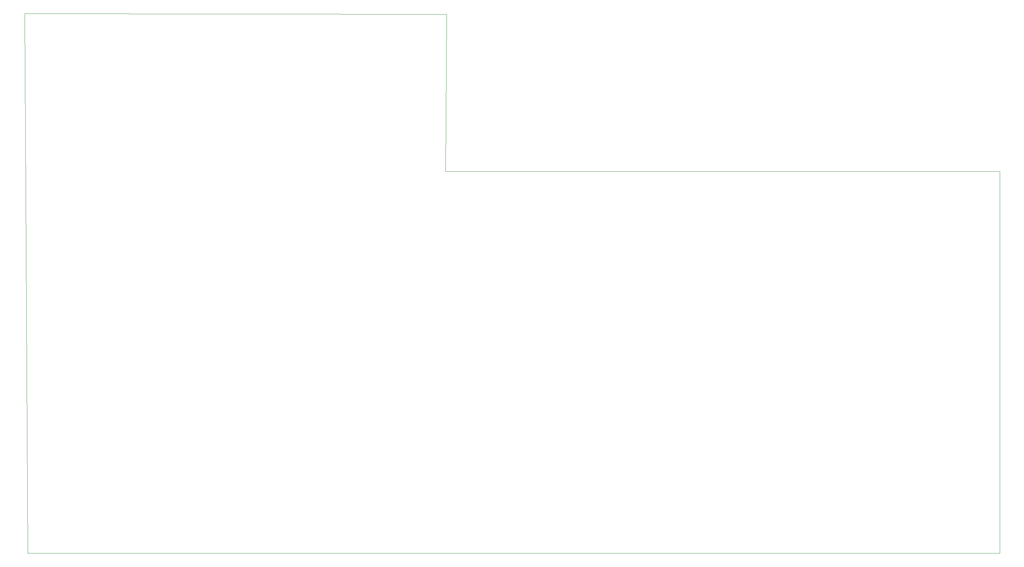
<source format=gbr>
%TF.GenerationSoftware,KiCad,Pcbnew,(6.0.0-0)*%
%TF.CreationDate,2022-08-21T16:01:54-04:00*%
%TF.ProjectId,justin-freetracing,6a757374-696e-42d6-9672-656574726163,rev?*%
%TF.SameCoordinates,Original*%
%TF.FileFunction,Profile,NP*%
%FSLAX46Y46*%
G04 Gerber Fmt 4.6, Leading zero omitted, Abs format (unit mm)*
G04 Created by KiCad (PCBNEW (6.0.0-0)) date 2022-08-21 16:01:54*
%MOMM*%
%LPD*%
G01*
G04 APERTURE LIST*
%TA.AperFunction,Profile*%
%ADD10C,0.100000*%
%TD*%
G04 APERTURE END LIST*
D10*
X111590000Y-85100000D02*
X247000000Y-85100000D01*
X247000000Y-85100000D02*
X247000000Y-178500000D01*
X247000000Y-178500000D02*
X9450000Y-178500000D01*
X9450000Y-178500000D02*
X8700814Y-46510925D01*
X8700814Y-46510925D02*
X111840814Y-46650925D01*
X111840814Y-46650925D02*
X111590000Y-85100000D01*
M02*

</source>
